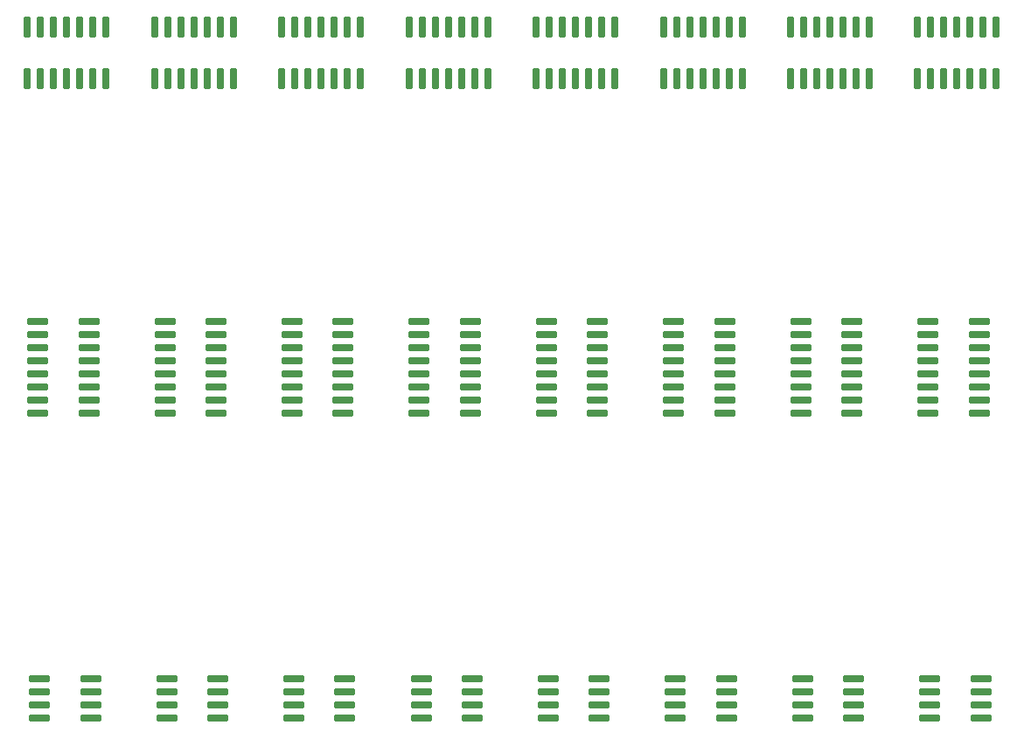
<source format=gtp>
%TF.GenerationSoftware,KiCad,Pcbnew,8.0.5*%
%TF.CreationDate,2024-12-01T20:05:21-08:00*%
%TF.ProjectId,soic,736f6963-2e6b-4696-9361-645f70636258,rev?*%
%TF.SameCoordinates,Original*%
%TF.FileFunction,Paste,Top*%
%TF.FilePolarity,Positive*%
%FSLAX46Y46*%
G04 Gerber Fmt 4.6, Leading zero omitted, Abs format (unit mm)*
G04 Created by KiCad (PCBNEW 8.0.5) date 2024-12-01 20:05:21*
%MOMM*%
%LPD*%
G01*
G04 APERTURE LIST*
G04 Aperture macros list*
%AMRoundRect*
0 Rectangle with rounded corners*
0 $1 Rounding radius*
0 $2 $3 $4 $5 $6 $7 $8 $9 X,Y pos of 4 corners*
0 Add a 4 corners polygon primitive as box body*
4,1,4,$2,$3,$4,$5,$6,$7,$8,$9,$2,$3,0*
0 Add four circle primitives for the rounded corners*
1,1,$1+$1,$2,$3*
1,1,$1+$1,$4,$5*
1,1,$1+$1,$6,$7*
1,1,$1+$1,$8,$9*
0 Add four rect primitives between the rounded corners*
20,1,$1+$1,$2,$3,$4,$5,0*
20,1,$1+$1,$4,$5,$6,$7,0*
20,1,$1+$1,$6,$7,$8,$9,0*
20,1,$1+$1,$8,$9,$2,$3,0*%
G04 Aperture macros list end*
%ADD10RoundRect,0.090000X-0.210000X0.895000X-0.210000X-0.895000X0.210000X-0.895000X0.210000X0.895000X0*%
%ADD11RoundRect,0.042000X-0.943000X-0.258000X0.943000X-0.258000X0.943000X0.258000X-0.943000X0.258000X0*%
G04 APERTURE END LIST*
D10*
%TO.C,U1*%
X108382400Y-52351000D03*
X107112400Y-52351000D03*
X105842400Y-52351000D03*
X104572400Y-52351000D03*
X103302400Y-52351000D03*
X102032400Y-52351000D03*
X100762400Y-52351000D03*
X100762400Y-57301000D03*
X102032400Y-57301000D03*
X103302400Y-57301000D03*
X104572400Y-57301000D03*
X105842400Y-57301000D03*
X107112400Y-57301000D03*
X108382400Y-57301000D03*
%TD*%
D11*
%TO.C,U2*%
X64816000Y-80880400D03*
X64816000Y-82150400D03*
X64816000Y-83420400D03*
X64816000Y-84690400D03*
X64816000Y-85960400D03*
X64816000Y-87230400D03*
X64816000Y-88500400D03*
X64816000Y-89770400D03*
X69766000Y-89770400D03*
X69766000Y-88500400D03*
X69766000Y-87230400D03*
X69766000Y-85960400D03*
X69766000Y-84690400D03*
X69766000Y-83420400D03*
X69766000Y-82150400D03*
X69766000Y-80880400D03*
%TD*%
D10*
%TO.C,U1*%
X133007200Y-52351000D03*
X131737200Y-52351000D03*
X130467200Y-52351000D03*
X129197200Y-52351000D03*
X127927200Y-52351000D03*
X126657200Y-52351000D03*
X125387200Y-52351000D03*
X125387200Y-57301000D03*
X126657200Y-57301000D03*
X127927200Y-57301000D03*
X129197200Y-57301000D03*
X130467200Y-57301000D03*
X131737200Y-57301000D03*
X133007200Y-57301000D03*
%TD*%
D11*
%TO.C,U3*%
X138872900Y-115516400D03*
X138872900Y-116786400D03*
X138872900Y-118056400D03*
X138872900Y-119326400D03*
X143812900Y-119326400D03*
X143812900Y-118056400D03*
X143812900Y-116786400D03*
X143812900Y-115516400D03*
%TD*%
%TO.C,U2*%
X52503600Y-80880400D03*
X52503600Y-82150400D03*
X52503600Y-83420400D03*
X52503600Y-84690400D03*
X52503600Y-85960400D03*
X52503600Y-87230400D03*
X52503600Y-88500400D03*
X52503600Y-89770400D03*
X57453600Y-89770400D03*
X57453600Y-88500400D03*
X57453600Y-87230400D03*
X57453600Y-85960400D03*
X57453600Y-84690400D03*
X57453600Y-83420400D03*
X57453600Y-82150400D03*
X57453600Y-80880400D03*
%TD*%
D10*
%TO.C,U1*%
X120694800Y-52351000D03*
X119424800Y-52351000D03*
X118154800Y-52351000D03*
X116884800Y-52351000D03*
X115614800Y-52351000D03*
X114344800Y-52351000D03*
X113074800Y-52351000D03*
X113074800Y-57301000D03*
X114344800Y-57301000D03*
X115614800Y-57301000D03*
X116884800Y-57301000D03*
X118154800Y-57301000D03*
X119424800Y-57301000D03*
X120694800Y-57301000D03*
%TD*%
D11*
%TO.C,U3*%
X126560500Y-115516400D03*
X126560500Y-116786400D03*
X126560500Y-118056400D03*
X126560500Y-119326400D03*
X131500500Y-119326400D03*
X131500500Y-118056400D03*
X131500500Y-116786400D03*
X131500500Y-115516400D03*
%TD*%
D10*
%TO.C,U1*%
X71445200Y-52351000D03*
X70175200Y-52351000D03*
X68905200Y-52351000D03*
X67635200Y-52351000D03*
X66365200Y-52351000D03*
X65095200Y-52351000D03*
X63825200Y-52351000D03*
X63825200Y-57301000D03*
X65095200Y-57301000D03*
X66365200Y-57301000D03*
X67635200Y-57301000D03*
X68905200Y-57301000D03*
X70175200Y-57301000D03*
X71445200Y-57301000D03*
%TD*%
D11*
%TO.C,U3*%
X89623300Y-115516400D03*
X89623300Y-116786400D03*
X89623300Y-118056400D03*
X89623300Y-119326400D03*
X94563300Y-119326400D03*
X94563300Y-118056400D03*
X94563300Y-116786400D03*
X94563300Y-115516400D03*
%TD*%
%TO.C,U2*%
X138690400Y-80880400D03*
X138690400Y-82150400D03*
X138690400Y-83420400D03*
X138690400Y-84690400D03*
X138690400Y-85960400D03*
X138690400Y-87230400D03*
X138690400Y-88500400D03*
X138690400Y-89770400D03*
X143640400Y-89770400D03*
X143640400Y-88500400D03*
X143640400Y-87230400D03*
X143640400Y-85960400D03*
X143640400Y-84690400D03*
X143640400Y-83420400D03*
X143640400Y-82150400D03*
X143640400Y-80880400D03*
%TD*%
%TO.C,U3*%
X64998500Y-115516400D03*
X64998500Y-116786400D03*
X64998500Y-118056400D03*
X64998500Y-119326400D03*
X69938500Y-119326400D03*
X69938500Y-118056400D03*
X69938500Y-116786400D03*
X69938500Y-115516400D03*
%TD*%
%TO.C,U3*%
X101935700Y-115516400D03*
X101935700Y-116786400D03*
X101935700Y-118056400D03*
X101935700Y-119326400D03*
X106875700Y-119326400D03*
X106875700Y-118056400D03*
X106875700Y-116786400D03*
X106875700Y-115516400D03*
%TD*%
%TO.C,U3*%
X114248100Y-115516400D03*
X114248100Y-116786400D03*
X114248100Y-118056400D03*
X114248100Y-119326400D03*
X119188100Y-119326400D03*
X119188100Y-118056400D03*
X119188100Y-116786400D03*
X119188100Y-115516400D03*
%TD*%
%TO.C,U3*%
X77310900Y-115516400D03*
X77310900Y-116786400D03*
X77310900Y-118056400D03*
X77310900Y-119326400D03*
X82250900Y-119326400D03*
X82250900Y-118056400D03*
X82250900Y-116786400D03*
X82250900Y-115516400D03*
%TD*%
%TO.C,U2*%
X101753200Y-80880400D03*
X101753200Y-82150400D03*
X101753200Y-83420400D03*
X101753200Y-84690400D03*
X101753200Y-85960400D03*
X101753200Y-87230400D03*
X101753200Y-88500400D03*
X101753200Y-89770400D03*
X106703200Y-89770400D03*
X106703200Y-88500400D03*
X106703200Y-87230400D03*
X106703200Y-85960400D03*
X106703200Y-84690400D03*
X106703200Y-83420400D03*
X106703200Y-82150400D03*
X106703200Y-80880400D03*
%TD*%
D10*
%TO.C,U1*%
X59132800Y-52351000D03*
X57862800Y-52351000D03*
X56592800Y-52351000D03*
X55322800Y-52351000D03*
X54052800Y-52351000D03*
X52782800Y-52351000D03*
X51512800Y-52351000D03*
X51512800Y-57301000D03*
X52782800Y-57301000D03*
X54052800Y-57301000D03*
X55322800Y-57301000D03*
X56592800Y-57301000D03*
X57862800Y-57301000D03*
X59132800Y-57301000D03*
%TD*%
D11*
%TO.C,U2*%
X77128400Y-80880400D03*
X77128400Y-82150400D03*
X77128400Y-83420400D03*
X77128400Y-84690400D03*
X77128400Y-85960400D03*
X77128400Y-87230400D03*
X77128400Y-88500400D03*
X77128400Y-89770400D03*
X82078400Y-89770400D03*
X82078400Y-88500400D03*
X82078400Y-87230400D03*
X82078400Y-85960400D03*
X82078400Y-84690400D03*
X82078400Y-83420400D03*
X82078400Y-82150400D03*
X82078400Y-80880400D03*
%TD*%
%TO.C,U3*%
X52686100Y-115516400D03*
X52686100Y-116786400D03*
X52686100Y-118056400D03*
X52686100Y-119326400D03*
X57626100Y-119326400D03*
X57626100Y-118056400D03*
X57626100Y-116786400D03*
X57626100Y-115516400D03*
%TD*%
D10*
%TO.C,U1*%
X83757600Y-52351000D03*
X82487600Y-52351000D03*
X81217600Y-52351000D03*
X79947600Y-52351000D03*
X78677600Y-52351000D03*
X77407600Y-52351000D03*
X76137600Y-52351000D03*
X76137600Y-57301000D03*
X77407600Y-57301000D03*
X78677600Y-57301000D03*
X79947600Y-57301000D03*
X81217600Y-57301000D03*
X82487600Y-57301000D03*
X83757600Y-57301000D03*
%TD*%
%TO.C,U1*%
X96070000Y-52351000D03*
X94800000Y-52351000D03*
X93530000Y-52351000D03*
X92260000Y-52351000D03*
X90990000Y-52351000D03*
X89720000Y-52351000D03*
X88450000Y-52351000D03*
X88450000Y-57301000D03*
X89720000Y-57301000D03*
X90990000Y-57301000D03*
X92260000Y-57301000D03*
X93530000Y-57301000D03*
X94800000Y-57301000D03*
X96070000Y-57301000D03*
%TD*%
%TO.C,U1*%
X145319600Y-52351000D03*
X144049600Y-52351000D03*
X142779600Y-52351000D03*
X141509600Y-52351000D03*
X140239600Y-52351000D03*
X138969600Y-52351000D03*
X137699600Y-52351000D03*
X137699600Y-57301000D03*
X138969600Y-57301000D03*
X140239600Y-57301000D03*
X141509600Y-57301000D03*
X142779600Y-57301000D03*
X144049600Y-57301000D03*
X145319600Y-57301000D03*
%TD*%
D11*
%TO.C,U2*%
X114065600Y-80880400D03*
X114065600Y-82150400D03*
X114065600Y-83420400D03*
X114065600Y-84690400D03*
X114065600Y-85960400D03*
X114065600Y-87230400D03*
X114065600Y-88500400D03*
X114065600Y-89770400D03*
X119015600Y-89770400D03*
X119015600Y-88500400D03*
X119015600Y-87230400D03*
X119015600Y-85960400D03*
X119015600Y-84690400D03*
X119015600Y-83420400D03*
X119015600Y-82150400D03*
X119015600Y-80880400D03*
%TD*%
%TO.C,U2*%
X126378000Y-80880400D03*
X126378000Y-82150400D03*
X126378000Y-83420400D03*
X126378000Y-84690400D03*
X126378000Y-85960400D03*
X126378000Y-87230400D03*
X126378000Y-88500400D03*
X126378000Y-89770400D03*
X131328000Y-89770400D03*
X131328000Y-88500400D03*
X131328000Y-87230400D03*
X131328000Y-85960400D03*
X131328000Y-84690400D03*
X131328000Y-83420400D03*
X131328000Y-82150400D03*
X131328000Y-80880400D03*
%TD*%
%TO.C,U2*%
X89440800Y-80880400D03*
X89440800Y-82150400D03*
X89440800Y-83420400D03*
X89440800Y-84690400D03*
X89440800Y-85960400D03*
X89440800Y-87230400D03*
X89440800Y-88500400D03*
X89440800Y-89770400D03*
X94390800Y-89770400D03*
X94390800Y-88500400D03*
X94390800Y-87230400D03*
X94390800Y-85960400D03*
X94390800Y-84690400D03*
X94390800Y-83420400D03*
X94390800Y-82150400D03*
X94390800Y-80880400D03*
%TD*%
M02*

</source>
